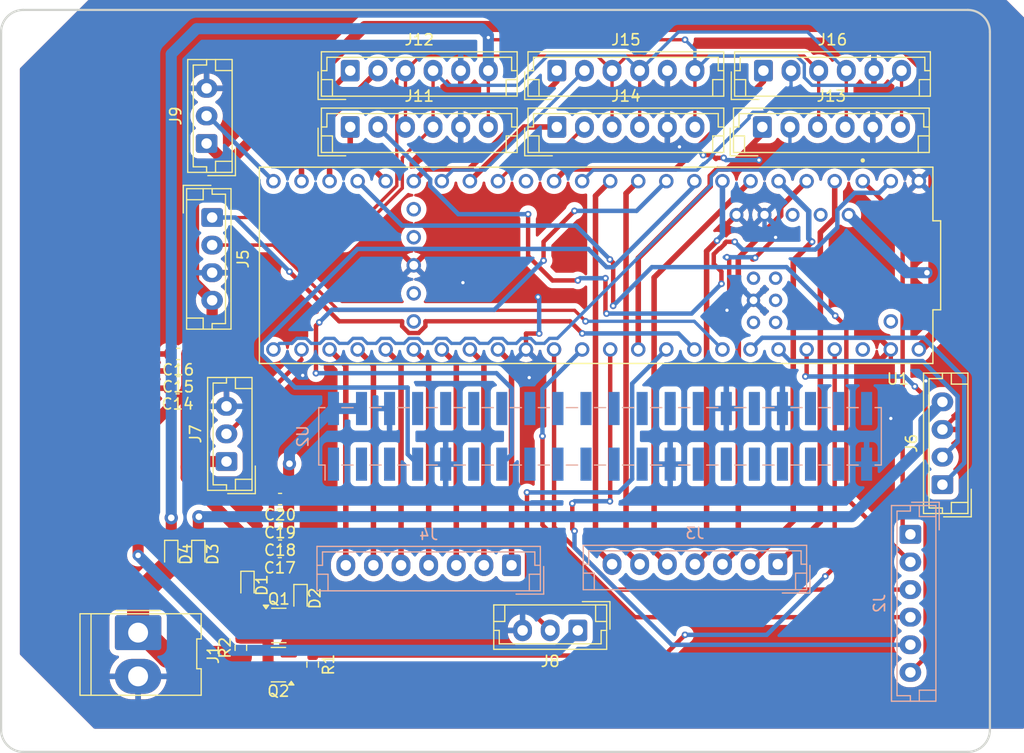
<source format=kicad_pcb>
(kicad_pcb (version 20241229) (generator "pcbnew") (generator_version "9.0")
  (layers (0 "F.Cu" signal) (2 "B.Cu" signal) (13 "F.Paste" user) (15 "B.Paste" user) (5 "F.SilkS" user "F.Silkscreen") (7 "B.SilkS" user "B.Silkscreen") (1 "F.Mask" user) (3 "B.Mask" user) (25 "Edge.Cuts" user))
  (net 0 "")
  (net 1 "+5V")
  (net 2 "GND")
  (net 3 "Net-(D2-K)")
  (net 4 "+5.3V")
  (net 5 "Net-(D2-A)")
  (net 6 "Net-(D3-K)")
  (net 7 "Net-(D4-K)")
  (net 8 "/L1")
  (net 9 "/KRS2")
  (net 10 "/L4")
  (net 11 "/L2")
  (net 12 "/KRS1")
  (net 13 "/L3")
  (net 14 "/BIN1")
  (net 15 "/BIN2")
  (net 16 "/AIN1")
  (net 17 "/STBY")
  (net 18 "/PWMB")
  (net 19 "/PWMA")
  (net 20 "/AIN2")
  (net 21 "/AIN2_1")
  (net 22 "/BIN1_1")
  (net 23 "/AIN1_1")
  (net 24 "/PWMB_1")
  (net 25 "/PWMA_1")
  (net 26 "/BIN2_1")
  (net 27 "/STBY_1")
  (net 28 "/SCL")
  (net 29 "/SDA")
  (net 30 "/XIAO_RX")
  (net 31 "/XIAO_TX")
  (net 32 "/G1")
  (net 33 "/X1")
  (net 34 "/X2")
  (net 35 "/G2")
  (net 36 "/G3")
  (net 37 "/X3")
  (net 38 "/G4")
  (net 39 "/X4")
  (net 40 "/G5")
  (net 41 "/X5")
  (net 42 "/G6")
  (net 43 "/X6")
  (net 44 "Net-(Q1-G)")
  (net 45 "Net-(Q2-B)")
  (net 46 "/K230_ENABLE")
  (net 49 "Net-(U1-3.3V-Pad3.3V_1)")
  (net 52 "/K230_TX")
  (net 53 "/K230_RX")
  (net 91 "/T1")
  (net 92 "/T2")
  (net 93 "/T3")
  (footprint "Connector_JST:JST_EH_B6B-EH-A_1x06_P2.50mm_Vertical" (layer "F.Cu") (at 221.1 29.8)
    (property "Reference" "J13")
    (property "Value" "Conn_01x06")
  )
  (footprint "Transformer_SMD:Teensy4.1" (layer "F.Cu") (at 206.06 42.33 180)
    (property "Reference" "U1")
    (property "Value" "DEV-16771")
  )
  (footprint "Package_TO_SOT_SMD:SOT-23" (layer "F.Cu") (at 177.3375 74.95)
    (property "Reference" "Q1")
    (property "Value" "PMOS")
  )
  (footprint "Diode_SMD:D_SOD-523" (layer "F.Cu") (at 167.6 68.5 -90)
    (property "Reference" "D4")
    (property "Value" "1N4148WT")
  )
  (footprint "Connector_JST:JST_EH_B3B-EH-A_1x03_P2.50mm_Vertical" (layer "F.Cu") (at 204.4 75.4 180)
    (property "Reference" "J8")
    (property "Value" "Conn_01x03")
  )
  (footprint "Connector_JST:JST_EH_B3B-EH-A_1x03_P2.50mm_Vertical" (layer "F.Cu") (at 172.6 60.1 90)
    (property "Reference" "J7")
    (property "Value" "Conn_01x03")
  )
  (footprint "Connector_JST:JST_EH_B3B-EH-A_1x03_P2.50mm_Vertical" (layer "F.Cu") (at 170.8 31.3 90)
    (property "Reference" "J9")
    (property "Value" "Conn_01x03")
  )
  (footprint "Diode_SMD:D_SOD-523" (layer "F.Cu") (at 179.3 72.5 -90)
    (property "Reference" "D2")
    (property "Value" "1N4148WT")
  )
  (footprint "Capacitor_SMD:C_0603_1608Metric" (layer "F.Cu") (at 168.175 53.46 180)
    (property "Reference" "C14")
    (property "Value" "22uF")
  )
  (footprint "Capacitor_SMD:C_0603_1608Metric" (layer "F.Cu") (at 177.45 66.7 180)
    (property "Reference" "C18")
    (property "Value" "22uF")
  )
  (footprint "Capacitor_SMD:C_0603_1608Metric" (layer "F.Cu") (at 177.45 65.11 180)
    (property "Reference" "C19")
    (property "Value" "1uF")
  )
  (footprint "Diode_SMD:D_SOD-523" (layer "F.Cu") (at 174.5 71.3 -90)
    (property "Reference" "D1")
    (property "Value" "1N4148WT")
  )
  (footprint "Connector_JST:JST_EH_B4B-EH-A_1x04_P2.50mm_Vertical" (layer "F.Cu") (at 237.4 62.2 90)
    (property "Reference" "J6")
    (property "Value" "Conn_01x04")
  )
  (footprint "Resistor_SMD:R_0603_1608Metric" (layer "F.Cu") (at 180.4 78.5 -90)
    (property "Reference" "R1")
    (property "Value" "1k")
  )
  (footprint "Diode_SMD:D_SOD-523" (layer "F.Cu") (at 170.05 68.5 -90)
    (property "Reference" "D3")
    (property "Value" "1N4148WT")
  )
  (footprint "Resistor_SMD:R_0603_1608Metric" (layer "F.Cu") (at 173.9 76.975 90)
    (property "Reference" "R2")
    (property "Value" "1k")
  )
  (footprint "Capacitor_SMD:C_0603_1608Metric" (layer "F.Cu") (at 177.425 68.3 180)
    (property "Reference" "C17")
    (property "Value" "0.1uF")
  )
  (footprint "Package_TO_SOT_SMD:SOT-23" (layer "F.Cu") (at 177.3 78.5 180)
    (property "Reference" "Q2")
    (property "Value" "SS8050")
  )
  (footprint "Capacitor_SMD:C_0603_1608Metric" (layer "F.Cu") (at 168.225 51.9 180)
    (property "Reference" "C15")
    (property "Value" "1uF")
  )
  (footprint "Capacitor_SMD:C_0603_1608Metric" (layer "F.Cu") (at 177.45 63.5 180)
    (property "Reference" "C20")
    (property "Value" "47uF")
  )
  (footprint "Connector_JST:JST_EH_B6B-EH-A_1x06_P2.50mm_Vertical" (layer "F.Cu") (at 202.5 29.8)
    (property "Reference" "J14")
    (property "Value" "Conn_01x06")
  )
  (footprint "Capacitor_SMD:C_0603_1608Metric" (layer "F.Cu") (at 168.225 50.36 180)
    (property "Reference" "C16")
    (property "Value" "0.1uF")
  )
  (footprint "Connector_Molex:Molex_KK-396_5273-02A_1x02_P3.96mm_Vertical" (layer "F.Cu") (at 164.6 75.6 -90)
    (property "Reference" "J1")
    (property "Value" "Conn_01x02")
  )
  (footprint "Connector_JST:JST_EH_B6B-EH-A_1x06_P2.50mm_Vertical" (layer "F.Cu") (at 202.5 24.7)
    (property "Reference" "J15")
    (property "Value" "Conn_01x06")
  )
  (footprint "Connector_JST:JST_EH_B6B-EH-A_1x06_P2.50mm_Vertical" (layer "F.Cu") (at 183.8 24.7)
    (property "Reference" "J12")
    (property "Value" "Conn_01x06")
  )
  (footprint "Connector_JST:JST_EH_B6B-EH-A_1x06_P2.50mm_Vertical" (layer "F.Cu") (at 183.8 29.8)
    (property "Reference" "J11")
    (property "Value" "Conn_01x06")
  )
  (footprint "Connector_JST:JST_EH_B4B-EH-A_1x04_P2.50mm_Vertical" (layer "F.Cu") (at 171.3 38 -90)
    (property "Reference" "J5")
    (property "Value" "Conn_01x04")
  )
  (footprint "Connector_JST:JST_EH_B6B-EH-A_1x06_P2.50mm_Vertical" (layer "F.Cu") (at 221.2 24.7)
    (property "Reference" "J16")
    (property "Value" "Conn_01x06")
  )
  (footprint "Connector_PinSocket_2.54mm:PinSocket_2x20_P2.54mm_Vertical_SMD" (layer "B.Cu") (at 206.41 57.82 -90)
    (property "Reference" "U2")
    (property "Value" "K230D")
  )
  (footprint "Connector_JST:JST_EH_B7B-EH-A_1x07_P2.50mm_Vertical" (layer "B.Cu") (at 222.5 69.4 180)
    (property "Reference" "J3")
    (property "Value" "Conn_01x07")
  )
  (footprint "Connector_JST:JST_EH_B6B-EH-A_1x06_P2.50mm_Vertical" (layer "B.Cu") (at 234.5 66.7 -90)
    (property "Reference" "J2")
    (property "Value" "Conn_01x06")
  )
  (footprint "Connector_JST:JST_EH_B7B-EH-A_1x07_P2.50mm_Vertical" (layer "B.Cu") (at 198.4 69.5 180)
    (property "Reference" "J4")
    (property "Value" "Conn_01x07")
  )
  (gr_line (start 154.2 19.2) (end 239.7 19.2) (stroke (width 0.2)) (layer "Edge.Cuts"))
  (gr_line (start 239.7 86.4) (end 154.2 86.4) (stroke (width 0.2)) (layer "Edge.Cuts"))
  (gr_arc (start 154.2 86.4) (mid 152.785786 85.814214) (end 152.2 84.4) (stroke (width 0.2)) (layer "Edge.Cuts"))
  (gr_line (start 152.2 84.4) (end 152.2 21.2) (stroke (width 0.2)) (layer "Edge.Cuts"))
  (gr_arc (start 239.7 19.2) (mid 241.114214 19.785786) (end 241.7 21.2) (stroke (width 0.2)) (layer "Edge.Cuts"))
  (gr_arc (start 152.2 21.2) (mid 152.785786 19.785786) (end 154.2 19.2) (stroke (width 0.2)) (layer "Edge.Cuts"))
  (gr_arc (start 241.7 84.4) (mid 241.114214 85.814214) (end 239.7 86.4) (stroke (width 0.2)) (layer "Edge.Cuts"))
  (gr_line (start 241.7 21.2) (end 241.7 84.4) (stroke (width 0.2)) (layer "Edge.Cuts"))
  (segment (start 172.911578 32.911578) (end 185.124156 20.699) (width 1) (layer "F.Cu") (net 1))
  (segment (start 171.3 45.5) (end 169.624 43.824) (width 1) (layer "F.Cu") (net 1))
  (segment (start 169 50.36) (end 169 51.9) (width 1) (layer "F.Cu") (net 1))
  (segment (start 164.6 58.050796) (end 164.6 68.6) (width 1) (layer "F.Cu") (net 1))
  (segment (start 172.411578 32.911578) (end 170.8 31.3) (width 1) (layer "F.Cu") (net 1))
  (segment (start 232.017445 20.699) (end 236.625 25.306555) (width 1) (layer "F.Cu") (net 1))
  (segment (start 236.625 48.595) (end 235.27 49.95) (width 1) (layer "F.Cu") (net 1))
  (segment (start 236.625 25.306555) (end 236.625 48.595) (width 1) (layer "F.Cu") (net 1))
  (segment (start 168.95 60.6) (end 169.45 60.1) (width 1) (layer "F.Cu") (net 1))
  (segment (start 168.95 53.46) (end 168.95 60.6) (width 1) (layer "F.Cu") (net 1))
  (segment (start 169 53.41) (end 168.95 53.46) (width 1) (layer "F.Cu") (net 1))
  (segment (start 172.911578 32.911578) (end 172.411578 32.911578) (width 1) (layer "F.Cu") (net 1))
  (segment (start 171.3 48.06) (end 169 50.36) (width 1) (layer "F.Cu") (net 1))
  (segment (start 236.625 48.595) (end 236.625 43.625) (width 0.4) (layer "F.Cu") (net 1))
  (segment (start 168.95 61.55) (end 174.5 67.1) (width 1) (layer "F.Cu") (net 1))
  (segment (start 171.3 45.5) (end 171.3 51.350796) (width 1) (layer "F.Cu") (net 1))
  (segment (start 168.95 60.6) (end 168.95 61.55) (width 1) (layer "F.Cu") (net 1))
  (segment (start 169.624 43.824) (end 169.624 36.199156) (width 1) (layer "F.Cu") (net 1))
  (segment (start 169.45 60.1) (end 172.6 60.1) (width 1) (layer "F.Cu") (net 1))
  (segment (start 169.624 36.199156) (end 172.911578 32.911578) (width 1) (layer "F.Cu") (net 1))
  (segment (start 171.3 51.350796) (end 164.6 58.050796) (width 1) (layer "F.Cu") (net 1))
  (segment (start 174.5 67.1) (end 174.5 70.4) (width 1) (layer "F.Cu") (net 1))
  (segment (start 185.124156 20.699) (end 232.017445 20.699) (width 1) (layer "F.Cu") (net 1))
  (segment (start 171.3 45.5) (end 171.3 48.06) (width 1) (layer "F.Cu") (net 1))
  (segment (start 236.625 43.625) (end 236 43) (width 0.4) (layer "F.Cu") (net 1))
  (segment (start 169 51.9) (end 169 53.41) (width 1) (layer "F.Cu") (net 1))
  (via (at 164.6 68.6) (size 1) (drill 0.5) (layers "F.Cu" "B.Cu") (net 1))
  (via (at 236 43) (size 1) (drill 0.5) (layers "F.Cu" "B.Cu") (net 1))
  (segment (start 234.16 43) (end 228.92 37.76) (width 1) (layer "B.Cu") (net 1))
  (segment (start 202.6 77.2) (end 204.4 75.4) (width 1) (layer "B.Cu") (net 1))
  (segment (start 236 43) (end 234.16 43) (width 1) (layer "B.Cu") (net 1))
  (segment (start 173.2 77.2) (end 202.6 77.2) (width 1) (layer "B.Cu") (net 1))
  (segment (start 164.6 68.6) (end 173.2 77.2) (width 1) (layer "B.Cu") (net 1))
  (segment (start 232.73 56.2) (end 232.73 56.23) (width 0.4) (layer "F.Cu") (net 2))
  (segment (start 199.71 49.95) (end 199.71 48.51) (width 0.4) (layer "F.Cu") (net 2))
  (segment (start 237.394181 52.8) (end 235.9 52.8) (width 0.4) (layer "F.Cu") (net 2))
  (segment (start 220.3 41.8) (end 220.2 41.8) (width 0.4) (layer "F.Cu") (net 2))
  (segment (start 232.73 49.95) (end 232.73 56.2) (width 0.4) (layer "F.Cu") (net 2))
  (segment (start 200.99 48.51) (end 201 48.5) (width 0.4) (layer "F.Cu") (net 2))
  (segment (start 216.55 32.35) (end 216.9 32.7) (width 0.4) (layer "F.Cu") (net 2))
  (segment (start 200.9 48.51) (end 200.99 48.51) (width 0.4) (layer "F.Cu") (net 2))
  (segment (start 218.101 46.199) (end 217.9 46.4) (width 0.4) (layer "F.Cu") (net 2))
  (segment (start 217 32.6) (end 217.6 32.6) (width 0.4) (layer "F.Cu") (net 2))
  (segment (start 199.71 48.51) (end 200.9 48.51) (width 0.4) (layer "F.Cu") (net 2))
  (segment (start 238.776 55.824) (end 238.776 54.181819) (width 0.4) (layer "F.Cu") (net 2))
  (segment (start 217.9 41.6) (end 218.101 41.801) (width 0.4) (layer "F.Cu") (net 2))
  (segment (start 220.45 41.65) (end 220.3 41.8) (width 0.4) (layer "F.Cu") (net 2))
  (segment (start 232.73 56.23) (end 232.9 56.4) (width 0.4) (layer "F.Cu") (net 2))
  (segment (start 216.9 32.7) (end 217 32.6) (width 0.4) (layer "F.Cu") (net 2))
  (segment (start 218.101 41.801) (end 218.101 46.199) (width 0.4) (layer "F.Cu") (net 2))
  (segment (start 222.3 39.8) (end 220.45 41.65) (width 0.4) (layer "F.Cu") (net 2))
  (segment (start 237.4 57.2) (end 238.776 55.824) (width 0.4) (layer "F.Cu") (net 2))
  (segment (start 215.75 32.35) (end 216.55 32.35) (width 0.4) (layer "F.Cu") (net 2))
  (segment (start 238.776 54.181819) (end 237.394181 52.8) (width 0.4) (layer "F.Cu") (net 2))
  (via (at 220.8 32.8) (size 0.6) (drill 0.3) (layers "F.Cu" "B.Cu") (net 2))
  (via (at 217.9 41.6) (size 0.6) (drill 0.3) (layers "F.Cu" "B.Cu") (net 2))
  (via (at 232.73 56.2) (size 0.6) (drill 0.3) (layers "F.Cu" "B.Cu") (net 2))
  (via (at 217.6 32.6) (size 0.6) (drill 0.3) (layers "F.Cu" "B.Cu") (net 2))
  (via (at 194 43.9) (size 0.6) (drill 0.3) (layers "F.Cu" "B.Cu") (net 2))
  (via (at 215.75 32.35) (size 0.6) (drill 0.3) (layers "F.Cu" "B.Cu") (net 2))
  (via (at 179.5 52.3) (size 0.6) (drill 0.3) (layers "F.Cu" "B.Cu") (net 2))
  (via (at 222.3 39.8) (size 0.6) (drill 0.3) (layers "F.Cu" "B.Cu") (net 2))
  (via (at 235.9 52.8) (size 0.6) (drill 0.3) (layers "F.Cu" "B.Cu") (net 2))
  (via (at 217.9 46.4) (size 0.6) (drill 0.3) (layers "F.Cu" "B.Cu") (net 2))
  (via (at 200.9 48.51) (size 0.6) (drill 0.3) (layers "F.Cu" "B.Cu") (net 2))
  (via (at 220.45 41.65) (size 0.6) (drill 0.3) (layers "F.Cu" "B.Cu") (net 2))
  (via (at 200.8 45.2) (size 0.6) (drill 0.3) (layers "F.Cu" "B.Cu") (net 2))
  (via (at 213.6 31.6) (size 0.6) (drill 0.3) (layers "F.Cu" "B.Cu") (net 2))
  (via (at 200 52.5) (size 0.6) (drill 0.3) (layers "F.Cu" "B.Cu") (net 2))
  (segment (start 200.9 45.3) (end 200.8 45.2) (width 0.4) (layer "B.Cu") (net 2))
  (segment (start 220.45 41.65) (end 220.4 41.6) (width 0.4) (layer "B.Cu") (net 2))
  (segment (start 221.3 37.76) (end 221.3 38.8) (width 0.4) (layer "B.Cu") (net 2))
  (segment (start 215 31.6) (end 215.75 32.35) (width 0.4) (layer "B.Cu") (net 2))
  (segment (start 232.73 56.2) (end 234.65 56.2) (width 0.4) (layer "B.Cu") (net 2))
  (segment (start 235.9 54.925794) (end 234.65 56.175794) (width 0.4) (layer "B.Cu") (net 2))
  (segment (start 235.9 52.8) (end 235.9 54.925794) (width 0.4) (layer "B.Cu") (net 2))
  (segment (start 220.4 41.6) (end 218.2 41.6) (width 0.4) (layer "B.Cu") (net 2))
  (segment (start 217.9 41.6) (end 217.7 41.6) (width 0.4) (layer "B.Cu") (net 2))
  (segment (start 217.6 32.6) (end 217.8 32.8) (width 0.4) (layer "B.Cu") (net 2))
  (segment (start 217.8 32.8) (end 219.6 32.8) (width 0.4) (layer "B.Cu") (net 2))
  (segment (start 219.6 32.8) (end 220.8 32.8) (width 0.4) (layer "B.Cu") (net 2))
  (segment (start 221.3 38.8) (end 222.3 39.8) (width 0.4) (layer "B.Cu") (net 2))
  (segment (start 213.6 31.6) (end 215 31.6) (width 0.4) (layer "B.Cu") (net 2))
  (segment (start 218.2 41.6) (end 217.9 41.6) (width 0.4) (layer "B.Cu") (net 2))
  (segment (start 200.9 48.51) (end 200.9 45.3) (width 0.4) (layer "B.Cu") (net 2))
  (segment (start 179.3 69.4) (end 178.2 68.3) (width 1) (layer "F.Cu") (net 3))
  (segment (start 179.3 71.8) (end 179.3 69.4) (width 1) (layer "F.Cu") (net 3))
  (segment (start 178.225 66.7) (end 178.225 65.11) (width 1) (layer "F.Cu") (net 3))
  (segment (start 178.225 63.5) (end 178.225 60.375) (width 1) (layer "F.Cu") (net 3))
  (segment (start 178.225 65.11) (end 178.225 63.5) (width 1) (layer "F.Cu") (net 3))
  (segment (start 178.2 66.725) (end 178.225 66.7) (width 1) (layer "F.Cu") (net 3))
  (segment (start 178.2 68.3) (end 178.2 66.725) (width 1) (layer "F.Cu") (net 3))
  (segment (start 178.225 60.375) (end 178.3 60.3) (width 1) (layer "F.Cu") (net 3))
  (via (at 178.3 60.3) (size 1.2) (drill 0.6) (layers "F.Cu" "B.Cu") (net 3))
  (segment (start 178.3 59.28) (end 182.28 55.3) (width 1) (layer "B.Cu") (net 3))
  (segment (start 178.3 60.3) (end 178.3 59.28) (width 1) (layer "B.Cu") (net 3))
  (segment (start 184.82 55.3) (end 182.28 55.3) (width 1) (layer "B.Cu") (net 3))
  (segment (start 172.301 72.101) (end 174.501 72.101) (width 2) (layer "F.Cu") (net 4))
  (segment (start 174.501 72.101) (end 176.4 74) (width 2) (layer "F.Cu") (net 4))
  (segment (start 169.7 69.5) (end 172.301 72.101) (width 2) (layer "F.Cu") (net 4))
  (segment (start 166.9005 70.0005) (end 167.401 69.5) (width 2) (layer "F.Cu") (net 4))
  (segment (start 167.401 69.5) (end 169.7 69.5) (width 2) (layer "F.Cu") (net 4))
  (segment (start 164.6 75.6) (end 164.6 72.301) (width 2) (layer "F.Cu") (net 4))
  (segment (start 167.292928 77.8) (end 165.092928 75.6) (width 2) (layer "F.Cu") (net 4))
  (segment (start 173.9 77.8) (end 167.292928 77.8) (width 2) (layer "F.Cu") (net 4))
  (segment (start 164.6 72.301) (end 166.9005 70.0005) (width 2) (layer "F.Cu") (net 4))
  (segment (start 165.092928 75.6) (end 164.6 75.6) (width 2) (layer "F.Cu") (net 4))
  (segment (start 178.275 74.225) (end 179.3 73.2) (width 1) (layer "F.Cu") (net 5))
  (segment (start 178.275 74.95) (end 178.275 74.225) (width 1) (layer "F.Cu") (net 5))
  (segment (start 170.05 65.15) (end 170.1 65.1) (width 1) (layer "F.Cu") (net 6))
  (segment (start 170.05 67.8) (end 170.05 65.15) (width 1) (layer "F.Cu") (net 6))
  (via (at 170.1 65.1) (size 1.2) (drill 0.6) (layers "F.Cu" "B.Cu") (net 6))
  (segment (start 229.182 65.1) (end 235.724 58.558) (width 1) (layer "B.Cu") (net 6))
  (segment (start 235.724 58.558) (end 235.724 56.376) (width 1) (layer "B.Cu") (net 6))
  (segment (start 170.1 65.1) (end 229.182 65.1) (width 1) (layer "B.Cu") (net 6))
  (segment (start 235.724 56.376) (end 237.4 54.7) (width 1) (layer "B.Cu") (net 6))
  (segment (start 196.4 21.9) (end 196.2 21.7) (width 0.3) (layer "F.Cu") (net 7))
  (segment (start 215 24.7) (end 215 29.8) (width 0.3) (layer "F.Cu") (net 7))
  (segment (start 167.6 67.8) (end 167.6 65.2) (width 1) (layer "F.Cu") (net 7))
  (segment (start 214.1 21.9) (end 196.4 21.9) (width 0.3) (layer "F.Cu") (net 7))
  (segment (start 196.3 24.7) (end 196.3 29.8) (width 0.3) (layer "F.Cu") (net 7))
  (segment (start 233.7 29.7) (end 233.6 29.8) (width 0.3) (layer "F.Cu") (net 7))
  (segment (start 233.7 24.7) (end 233.7 29.7) (width 0.3) (layer "F.Cu") (net 7))
  (via (at 196.3 21.7) (size 0.6) (drill 0.3) (layers "F.Cu" "B.Cu") (net 7))
  (via (at 214.1 21.9) (size 0.6) (drill 0.3) (layers "F.Cu" "B.Cu") (net 7))
  (via (at 167.6 65.2) (size 1.2) (drill 0.6) (layers "F.Cu" "B.Cu") (net 7))
  (segment (start 216.326 23.374) (end 215 24.7) (width 0.3) (layer "B.Cu") (net 7))
  (segment (start 224.901 24.07753) (end 224.19747 23.374) (width 0.3) (layer "B.Cu") (net 7))
  (segment (start 215 22.8) (end 214.1 21.9) (width 0.3) (layer "B.Cu") (net 7))
  (segment (start 167.6 23.2) (end 169.9 20.9) (width 1) (layer "B.Cu") (net 7))
  (segment (start 196.3 21.7) (end 196.3 24.7) (width 1) (layer "B.Cu") (net 7))
  (segment (start 232.374 26.026) (end 225.60453 26.026) (width 0.3) (layer "B.Cu") (net 7))
  (segment (start 224.901 25.32247) (end 224.901 24.07753) (width 0.3) (layer "B.Cu") (net 7))
  (segment (start 224.19747 23.374) (end 216.326 23.374) (width 0.3) (layer "B.Cu") (net 7))
  (segment (start 215 24.7) (end 215 22.8) (width 0.3) (layer "B.Cu") (net 7))
  (segment (start 196.3 21.5) (end 196.3 21.7) (width 1) (layer "B.Cu") (net 7))
  (segment (start 169.9 20.9) (end 195.7 20.9) (width 1) (layer "B.Cu") (net 7))
  (segment (start 233.7 24.7) (end 232.374 26.026) (width 0.3) (layer "B.Cu") (net 7))
  (segment (start 225.60453 26.026) (end 224.901 25.32247) (width 0.3) (layer "B.Cu") (net 7))
  (segment (start 167.6 65.2) (end 167.6 23.2) (width 1) (layer "B.Cu") (net 7))
  (segment (start 195.7 20.9) (end 196.3 21.5) (width 1) (layer "B.Cu") (net 7))
  (segment (start 234.5 71.7) (end 207.905819 71.7) (width 0.4) (layer "F.Cu") (net 8))
  (segment (start 207.905819 71.7) (end 202.25 66.044181) (width 0.4) (layer "F.Cu") (net 8))
  (segment (start 202.25 66.044181) (end 202.25 49.95) (width 0.4) (layer "F.Cu") (net 8))
  (segment (start 207.6 42.1) (end 207.3 41.8) (width 0.4) (layer "F.Cu") (net 9))
  (segment (start 207.6 46) (end 207.6 42.1) (width 0.4) (layer "F.Cu") (net 9))
  (segment (start 228.705 47.905) (end 227.7 46.9) (width 0.4) (layer "F.Cu") (net 9))
  (segment (start 228.705 63.405) (end 228.705 47.905) (width 0.4) (layer "F.Cu") (net 9))
  (segment (start 234.5 69.2) (end 228.705 63.405) (width 0.4) (layer "F.Cu") (net 9))
  (via (at 207.6 46) (size 0.6) (drill 0.3) (layers "F.Cu" "B.Cu") (net 9))
  (via (at 207.3 41.8) (size 0.6) (drill 0.3) (layers "F.Cu" "B.Cu") (net 9))
  (via (at 227.7 46.9) (size 0.6) (drill 0.3) (layers "F.Cu" "B.Cu") (net 9))
  (segment (start 211.105 42.495) (end 207.6 46) (width 0.4) (layer "B.Cu") (net 9))
  (segment (start 188.495 38.735) (end 184.47 34.71) (width 0.4) (layer "B.Cu") (net 9))
  (segment (start 223.295 42.495) (end 211.105 42.495) (width 0.4) (layer "B.Cu") (net 9))
  (segment (start 204.235 38.735) (end 188.495 38.735) (width 0.4) (layer "B.Cu") (net 9))
  (segment (start 207.3 41.8) (end 204.235 38.735) (width 0.4) (layer "B.Cu") (net 9))
  (segment (start 227.7 46.9) (end 223.295 42.495) (width 0.4) (layer "B.Cu") (net 9))
  (segment (start 235.876 77.824) (end 235.876 54.276) (width 0.4) (layer "F.Cu") (net 10))
  (segment (start 235.876 54.276) (end 234.9 53.3) (width 0.4) (layer "F.Cu") (net 10))
  (segment (start 225.11 52.29) (end 225 52.4) (width 0.4) (layer "F.Cu") (net 10))
  (segment (start 225.11 49.95) (end 225.11 52.29) (width 0.4) (layer "F.Cu") (net 10))
  (segment (start 234.5 79.2) (end 235.876 77.824) (width 0.4) (layer "F.Cu") (net 10))
  (via (at 234.9 53.3) (size 0.6) (drill 0.3) (layers "F.Cu" "B.Cu") (net 10))
  (via (at 225 52.4) (size 0.6) (drill 0.3) (layers "F.Cu" "B.Cu") (net 10))
  (segment (start 234.9 53.3) (end 234 52.4) (width 0.4) (layer "B.Cu") (net 10))
  (segment (start 234 52.4) (end 225 52.4) (width 0.4) (layer "B.Cu") (net 10))
  (segment (start 234.5 74.2) (end 209.555877 74.2) (width 0.4) (layer "F.Cu") (net 11))
  (segment (start 209.555877 74.2) (end 201.2 65.844123) (width 0.4) (layer "F.Cu") (net 11))
  (segment (start 201.2 65.844123) (end 201.2 57.8) (width 0.4) (layer "F.Cu") (net 11))
  (via (at 201.2 57.8) (size 0.6) (drill 0.3) (layers "F.Cu" "B.Cu") (net 11))
  (segment (start 201.2 53.54) (end 204.79 49.95) (width 0.4) (layer "B.Cu") (net 11))
  (segment (start 201.2 57.8) (end 201.2 53.54) (width 0.4) (layer "B.Cu") (net 11))
  (segment (start 233.8 38.32) (end 230.19 34.71) (width 0.4) (layer "F.Cu") (net 12))
  (segment (start 233.8 66) (end 233.8 38.32) (width 0.4) (layer "F.Cu") (net 12))
  (segment (start 234.5 66.7) (end 233.8 66) (width 0.4) (layer "F.Cu") (net 12))
  (segment (start 203.9 63.9) (end 203.9 66.2) (width 0.4) (layer "F.Cu") (net 13))
  (segment (start 203.9 66.2) (end 204.1 66.4) (width 0.4) (layer "F.Cu") (net 13))
  (segment (start 207.33 49.95) (end 207.33 63.67) (width 0.4) (layer "F.Cu") (net 13))
  (segment (start 207.33 63.67) (end 207.3 63.7) (width 0.4) (layer "F.Cu") (net 13))
  (via (at 207.3 63.7) (size 0.6) (drill 0.3) (layers "F.Cu" "B.Cu") (net 13))
  (via (at 203.9 63.9) (size 0.6) (drill 0.3) (layers "F.Cu" "B.Cu") (net 13))
  (via (at 204.1 66.4) (size 0.6) (drill 0.3) (layers "F.Cu" "B.Cu") (net 13))
  (segment (start 204.1 63.7) (end 203.9 63.9) (width 0.4) (layer "B.Cu") (net 13))
  (segment (start 212.905819 76.7) (end 234.5 76.7) (width 0.4) (layer "B.Cu") (net 13))
  (segment (start 204.1 66.4) (end 204.1 67.894181) (width 0.4) (layer "B.Cu") (net 13))
  (segment (start 204.1 67.894181) (end 212.905819 76.7) (width 0.4) (layer "B.Cu") (net 13))
  (segment (start 207.3 63.7) (end 204.1 63.7) (width 0.4) (layer "B.Cu") (net 13))
  (segment (start 222.76 37.06) (end 225.11 34.71) (width 0.5) (layer "F.Cu") (net 14))
  (segment (start 222.76 37.827351) (end 222.76 37.06) (width 0.5) (layer "F.Cu") (net 14))
  (segment (start 218.925 67.975) (end 218.925 41.662351) (width 0.5) (layer "F.Cu") (net 14))
  (segment (start 217.5 69.4) (end 218.925 67.975) (width 0.5) (layer "F.Cu") (net 14))
  (segment (start 218.925 41.662351) (end 222.76 37.827351) (width 0.5) (layer "F.Cu") (net 14))
  (segment (start 223.9 41.9) (end 225.6 40.2) (width 0.5) (layer "F.Cu") (net 15))
  (segment (start 220 69.4) (end 223.9 65.5) (width 0.5) (layer "F.Cu") (net 15))
  (segment (start 223.9 65.5) (end 223.9 41.9) (width 0.5) (layer "F.Cu") (net 15))
  (via (at 225.6 40.2) (size 0.6) (drill 0.3) (layers "F.Cu" "B.Cu") (net 15))
  (segment (start 225.6 40.2) (end 225.3 39.9) (width 0.5) (layer "B.Cu") (net 15))
  (segment (start 225.3 39.9) (end 225.3 37.44) (width 0.5) (layer "B.Cu") (net 15))
  (segment (start 225.3 37.44) (end 222.57 34.71) (width 0.5) (layer "B.Cu") (net 15))
  (segment (start 211.305 43.435) (end 220.03 34.71) (width 0.5) (layer "F.Cu") (net 16))
  (segment (start 211.305 68.205) (end 211.305 43.435) (width 0.5) (layer "F.Cu") (net 16))
  (segment (start 212.5 69.4) (end 211.305 68.205) (width 0.5) (layer "F.Cu") (net 16))
  (segment (start 216.055 68.345) (end 216.055 41.045) (width 0.5) (layer "F.Cu") (net 17))
  (segment (start 216.055 41.045) (end 217 40.1) (width 0.5) (layer "F.Cu") (net 17))
  (segment (start 215 69.4) (end 216.055 68.345) (width 0.5) (layer "F.Cu") (net 17))
  (via (at 217 40.1) (size 0.6) (drill 0.3) (layers "F.Cu" "B.Cu") (net 17))
  (segment (start 217.49 39.61) (end 217.49 34.71) (width 0.5) (layer "B.Cu") (net 17))
  (segment (start 217 40.1) (end 217.49 39.61) (width 0.5) (layer "B.Cu") (net 17))
  (segment (start 226.351 39.351) (end 227.65 38.052) (width 0.5) (layer "F.Cu") (net 18))
  (segment (start 227.65 38.052) (end 227.65 34.71) (width 0.5) (layer "F.Cu") (net 18))
  (segment (start 226.351 65.549) (end 226.351 39.351) (width 0.5) (layer "F.Cu") (net 18))
  (segment (start 222.5 69.4) (end 226.351 65.549) (width 0.5) (layer "F.Cu") (net 18))
  (segment (start 206 36.04) (end 207.33 34.71) (width 0.5) (layer "F.Cu") (net 19))
  (segment (start 206 67.9) (end 206 36.04) (width 0.5) (layer "F.Cu") (net 19))
  (segment (start 207.5 69.4) (end 206 67.9) (width 0.5) (layer "F.Cu") (net 19))
  (segment (start 210 69.4) (end 208.765 68.165) (width 0.5) (layer "F.Cu") (net 20))
  (segment (start 208.765 35.815) (end 209.87 34.71) (width 0.5) (layer "F.Cu") (net 20))
  (segment (start 208.765 68.165) (end 208.765 35.815) (width 0.5) (layer "F.Cu") (net 20))
  (segment (start 185.9 69.5) (end 185.9 51.38) (width 0.5) (layer "F.Cu") (net 21))
  (segment (start 185.9 51.38) (end 184.47 49.95) (width 0.5) (layer "F.Cu") (net 21))
  (segment (start 193.4 69.5) (end 193.4 51.26) (width 0.5) (layer "F.Cu") (net 22))
  (segment (start 193.4 51.26) (end 192.09 49.95) (width 0.5) (layer "F.Cu") (net 22))
  (segment (start 188.4 69.5) (end 188.4 51.34) (width 0.5) (layer "F.Cu") (net 23))
  (segment (start 188.4 51.34) (end 187.01 49.95) (width 0.5) (layer "F.Cu") (net 23))
  (segment (start 198.4 69.5) (end 198.4 51.18) (width 0.5) (layer "F.Cu") (net 24))
  (segment (start 198.4 51.18) (end 197.17 49.95) (width 0.5) (layer "F.Cu") (net 24))
  (segment (start 183.4 69.5) (end 183.4 51.42) (width 0.5) (layer "F.Cu") (net 25))
  (segment (start 183.4 51.42) (end 181.93 49.95) (width 0.5) (layer "F.Cu") (net 25))
  (segment (start 195.9 51.22) (end 194.63 49.95) (width 0.5) (layer "F.Cu") (net 26))
  (segment (start 195.9 69.5) (end 195.9 51.22) (width 0.5) (layer "F.Cu") (net 26))
  (segment (start 190.9 51.3) (end 189.55 49.95) (width 0.5) (layer "F.Cu") (net 27))
  (segment (start 190.9 69.5) (end 190.9 51.3) (width 0.5) (layer "F.Cu") (net 27))
  (segment (start 205.1 47.4) (end 205.2 47.5) (width 0.3) (layer "F.Cu") (net 28))
  (segment (start 228.7 29.7) (end 228.6 29.8) (width 0.3) (layer "F.Cu") (net 28))
  (segment (start 182.725654 46.405) (end 204.105 46.405) (width 0.3) (layer "F.Cu") (net 28))
  (segment (start 188.516 32.584) (end 188.516 35.333805) (width 0.3) (layer "F.Cu") (net 28))
  (segment (start 228.7 24.7) (end 228.7 29.7) (width 0.3) (layer "F.Cu") (net 28))
  (segment (start 191.3 24.7) (end 191.3 29.8) (width 0.3) (layer "F.Cu") (net 28))
  (segment (start 183.349805 40.5) (end 171.3 40.5) (width 0.3) (layer "F.Cu") (net 28))
  (segment (start 204.105 46.405) (end 205.1 47.4) (width 0.3) (layer "F.Cu") (net 28))
  (segment (start 191.3 29.8) (end 188.516 32.584) (width 0.3) (layer "F.Cu") (net 28))
  (segment (start 188.516 35.333805) (end 183.349805 40.5) (width 0.3) (layer "F.Cu") (net 28))
  (segment (start 171.3 40.5) (end 176.820654 40.5) (width 0.3) (layer "F.Cu") (net 28))
  (segment (start 210 24.7) (end 210 29.8) (width 0.3) (layer "F.Cu") (net 28))
  (segment (start 176.820654 40.5) (end 182.725654 46.405) (width 0.3) (layer "F.Cu") (net 28))
  (via (at 205.1 47.4) (size 0.6) (drill 0.3) (layers "F.Cu" "B.Cu") (net 28))
  (segment (start 205.1 47.4) (end 214.94 47.4) (width 0.3) (layer "B.Cu") (net 28))
  (segment (start 192.626 26.026) (end 198.99213 26.026) (width 0.3) (layer "B.Cu") (net 28))
  (segment (start 201.64413 23.374) (end 208.674 23.374) (width 0.3) (layer "B.Cu") (net 28))
  (segment (start 213.5 21.2) (end 225.2 21.2) (width 0.3) (layer "B.Cu") (net 28))
  (segment (start 198.99213 26.026) (end 201.64413 23.374) (width 0.3) (layer "B.Cu") (net 28))
  (segment (start 214.94 47.4) (end 217.49 49.95) (width 0.3) (layer "B.Cu") (net 28))
  (segment (start 208.674 23.374) (end 210 24.7) (width 0.3) (layer "B.Cu") (net 28))
  (segment (start 210 24.7) (end 213.5 21.2) (width 0.3) (layer "B.Cu") (net 28))
  (segment (start 225.2 21.2) (end 228.7 24.7) (width 0.3) (layer "B.Cu") (net 28))
  (segment (start 191.3 24.7) (end 192.626 26.026) (width 0.3) (layer "B.Cu") (net 28))
  (segment (start 203.7 47.4) (end 190.605 47.4) (width 0.4) (layer "F.Cu") (net 29))
  (segment (start 207.5 24.7) (end 208.826 23.374) (width 0.3) (layer "F.Cu") (net 29))
  (segment (start 189.113004 48.465) (end 188.495 47.846996) (width 0.4) (layer "F.Cu") (net 29))
  (segment (start 189.986996 48.465) (end 189.113004 48.465) (width 0.4) (layer "F.Cu") (net 29))
  (segment (start 188.495 47.846996) (end 188.495 47.4) (width 0.4) (layer "F.Cu") (net 29))
  (segment (start 190.605 47.4) (end 190.605 47.846996) (width 0.4) (layer "F.Cu") (net 29))
  (segment (start 188.015 25.485) (end 188.015 35.126285) (width 0.3) (layer "F.Cu") (net 29))
  (segment (start 224.874 23.374) (end 226.2 24.7) (width 0.3) (layer "F.Cu") (net 29))
  (segment (start 208.826 23.374) (end 224.874 23.374) (width 0.3) (layer "F.Cu") (net 29))
  (segment (start 226.2 29.7) (end 226.1 29.8) (width 0.3) (layer "F.Cu") (net 29))
  (segment (start 204.8 48.5) (end 203.7 47.4) (width 0.4) (layer "F.Cu") (net 29))
  (segment (start 226.2 24.7) (end 226.2 29.7) (width 0.3) (layer "F.Cu") (net 29))
  (segment (start 188.8 24.7) (end 190.126 23.374) (width 0.3) (layer "F.Cu") (net 29))
  (segment (start 188.8 24.7) (end 188.015 25.485) (width 0.3) (layer "F.Cu") (net 29))
  (segment (start 188.495 47.4) (end 182.8 47.4) (width 0.4) (layer "F.Cu") (net 29))
  (segment (start 190.605 47.846996) (end 189.986996 48.465) (width 0.4) (layer "F.Cu") (net 29))
  (segment (start 182.8 47.4) (end 178.3 42.9) (width 0.4) (layer "F.Cu") (net 29))
  (segment (start 188.8 24.7) (end 188.8 29.8) (width 0.3) (layer "F.Cu") (net 29))
  (segment (start 206.174 23.374) (end 207.5 24.7) (width 0.3) (layer "F.Cu") (net 29))
  (segment (start 207.5 24.7) (end 207.5 29.8) (width 0.3) (layer "F.Cu") (net 29))
  (segment (start 190.126 23.374) (end 206.174 23.374) (width 0.3) (layer "F.Cu") (net 29))
  (segment (start 188.015 35.126285) (end 185.141285 38) (width 0.3) (layer "F.Cu") (net 29))
  (segment (start 185.141285 38) (end 171.3 38) (width 0.3) (layer "F.Cu") (net 29))
  (via (at 178.3 42.9) (size 0.6) (drill 0.3) (layers "F.Cu" "B.Cu") (net 29))
  (via (at 204.8 48.5) (size 0.6) (drill 0.3) (layers "F.Cu" "B.Cu") (net 29))
  (segment (start 173.4 38) (end 171.3 38) (width 0.4) (layer "B.Cu") (net 29))
  (segment (start 213.5 48.5) (end 204.8 48.5) (width 0.4) (layer "B.Cu") (net 29))
  (segment (start 204.8 48.5) (end 204.7 48.5) (width 0.4) (layer "B.Cu") (net 29))
  (segment (start 178.3 42.9) (end 173.4 38) (width 0.4) (layer "B.Cu") (net 29))
  (segment (start 214.95 49.95) (end 213.5 48.5) (width 0.4) (layer "B.Cu") (net 29))
  (segment (start 238.776 54.176) (end 235.605 51.005) (width 0.4) (layer "B.Cu") (net 30))
  (segment (start 223.625 51.005) (end 222.57 49.95) (width 0.4) (layer "B.Cu") (net 30))
  (segment (start 235.605 51.005) (end 223.625 51.005) (width 0.4) (layer "B.Cu") (net 30))
  (segment (start 238.776 58.324) (end 238.776 54.176) (width 0.4) (layer "B.Cu") (net 30))
  (segment (start 237.4 59.7) (end 238.776 58.324) (width 0.4) (layer "B.Cu") (net 30))
  (segment (start 235.706996 48.895) (end 221.085 48.895) (width 0.4) (layer "B.Cu") (net 31))
  (segment (start 221.085 48.895) (end 220.03 49.95) (width 0.4) (layer "B.Cu") (net 31))
  (segment (start 239.377 52.565004) (end 235.706996 48.895) (width 0.4) (layer "B.Cu") (net 31))
  (segment (start 239.377 60.223) (end 239.377 52.565004) (width 0.4) (layer "B.Cu") (net 31))
  (segment (start 237.4 62.2) (end 239.377 60.223) (width 0.4) (layer "B.Cu") (net 31))
  (segment (start 199.9 41.491364) (end 202.108636 43.7) (width 0.4) (layer "F.Cu") (net 32))
  (segment (start 206.9 43.5) (end 206.9 46.6) (width 0.4) (layer "F.Cu") (net 32))
  (segment (start 217.701 40.390364) (end 217.701 40.319654) (width 0.4) (layer "F.Cu") (net 32))
  (segment (start 199.9 37.7) (end 199.9 41.491364) (width 0.4) (layer "F.Cu") (net 32))
  (segment (start 217.4 44) (end 217.4 42.9) (width 0.4) (layer "F.Cu") (net 32))
  (segment (start 216.706 42.206) (end 216.706 41.314654) (width 0.4) (layer "F.Cu") (net 32))
  (segment (start 202.108636 43.7) (end 204.4 43.7) (width 0.4) (layer "F.Cu") (net 32))
  (segment (start 217.4 42.9) (end 216.706 42.206) (width 0.4) (layer "F.Cu") (net 32))
  (segment (start 206.9 46.6) (end 207 46.7) (width 0.4) (layer "F.Cu") (net 32))
  (segment (start 217.701 40.319654) (end 217.820654 40.2) (width 0.4) (layer "F.Cu") (net 32))
  (segment (start 217.820654 40.2) (end 218.6 40.2) (width 0.4) (layer "F.Cu") (net 32))
  (segment (start 217.219654 40.801) (end 217.290364 40.801) (width 0.4) (layer "F.Cu") (net 32))
  (segment (start 217.290364 40.801) (end 217.701 40.390364) (width 0.4) (layer "F.Cu") (net 32))
  (segment (start 216.706 41.314654) (end 217.219654 40.801) (width 0.4) (layer "F.Cu") (net 32))
  (via (at 206.9 43.5) (size 0.6) (drill 0.3) (layers "F.Cu" "B.Cu") (net 32))
  (via (at 218.6 40.2) (size 0.6) (drill 0.3) (layers "F.Cu" "B.Cu") (net 32))
  (via (at 207 46.7) (size 0.6) (drill 0.3) (layers "F.Cu" "B.Cu") (net 32))
  (via (at 204.4 43.7) (size 0.6) (drill 0.3) (layers "F.Cu" "B.Cu") (net 32))
  (via (at 199.9 37.7) (size 0.6) (drill 0.3) (layers "F.Cu" "B.Cu") (net 32))
  (via (at 217.4 44) (size 0.6) (drill 0.3) (layers "F.Cu" "B.Cu") (net 32))
  (segment (start 231.675 35.765) (end 232.73 34.71) (width 0.4) (layer "B.Cu") (net 32))
  (segment (start 225.890364 40.901) (end 227.89 38.901364) (width 0.4) (layer "B.Cu") (net 32))
  (segment (start 204.6 43.5) (end 206.9 43.5) (width 0.4) (layer "B.Cu") (net 32))
  (segment (start 207 46.7) (end 214.7 46.7) (width 0.4) (layer "B.Cu") (net 32))
  (segment (start 204.4 43.7) (end 204.6 43.5) (width 0.4) (layer "B.Cu") (net 32))
  (segment (start 218.6 40.2) (end 219.301 40.901) (width 0.4) (layer "B.Cu") (net 32))
  (segment (start 227.89 37.33336) (end 229.45836 35.765) (width 0.4) (layer "B.Cu") (net 32))
  (segment (start 191.035 34.535) (end 191.035 35.146996) (width 0.4) (layer "B.Cu") (net 32))
  (segment (start 214.7 46.7) (end 217.4 44) (width 0.4) (layer "B.Cu") (net 32))
  (segment (start 186.3 29.8) (end 191.035 34.535) (width 0.4) (layer "B.Cu") (net 32))
  (segment (start 227.89 38.901364) (end 227.89 37.33336) (width 0.4) (layer "B.Cu") (net 32))
  (segment (start 219.301 40.901) (end 225.890364 40.901) (width 0.4) (layer "B.Cu") (net 32))
  (segment (start 193.588004 37.7) (end 199.9 37.7) (width 0.4) (layer "B.Cu") (net 32))
  (segment (start 191.035 35.146996) (end 193.588004 37.7) (width 0.4) (layer "B.Cu") (net 32))
  (segment (start 229.45836 35.765) (end 231.675 35.765) (width 0.4) (layer "B.Cu") (net 32))
  (segment (start 183.8 31.5) (end 187.01 34.71) (width 0.5) (layer "F.Cu") (net 33))
  (segment (start 183.8 29.8) (end 183.8 31.5) (width 0.5) (layer "F.Cu") (net 33))
  (segment (start 179.39 29.11) (end 179.39 34.71) (width 0.5) (layer "F.Cu") (net 34))
  (segment (start 183.8 24.7) (end 179.39 29.11) (width 0.5) (layer "F.Cu") (net 34))
  (segment (start 186.3 24.7) (end 181.93 29.07) (width 0.5) (layer "F.Cu") (net 35))
  (segment (start 181.93 29.07) (end 181.93 34.71) (width 0.5) (layer "F.Cu") (net 35))
  (segment (start 198.838715 49.4) (end 198.041285 49.4) (width 0.3) (layer "B.Cu") (net 36))
  (segment (start 178.518715 49.4) (end 177.4 49.4) (width 0.3) (layer "B.Cu") (net 36))
  (segment (start 188.678715 49.4) (end 187.881285 49.4) (width 0.3) (layer "B.Cu") (net 36))
  (segment (start 191.673715 48.945) (end 191.218715 49.4) (width 0.3) (layer "B.Cu") (net 36))
  (segment (start 182.346285 48.945) (end 181.513715 48.945) (width 0.3) (layer "B.Cu") (net 36))
  (segment (start 185.341285 49.4) (end 184.886285 48.945) (width 0.3) (layer "B.Cu") (net 36))
  (segment (start 200.126285 48.945) (end 199.293715 48.945) (width 0.3) (layer "B.Cu") (net 36))
  (segment (start 216.485 35.015) (end 202.555 48.945) (width 0.3) (layer "B.Cu") (net 36))
  (segment (start 223.6 29.8) (end 223.6 31.55) (width 0.3) (layer "B.Cu") (net 36))
  (segment (start 178.973715 48.945) (end 178.518715 49.4) (width 0.3) (layer "B.Cu") (net 36))
  (segment (start 201.378715 49.4) (end 200.581285 49.4) (width 0.3) (layer "B.Cu") (net 36))
  (segment (start 221.445 33.705) (end 217.073715 33.705) (width 0.3) (layer "B.Cu") (net 36))
  (segment (start 187.881285 49.4) (end 187.426285 48.945) (width 0.3) (layer "B.Cu") (net 36))
  (segment (start 200.581285 49.4) (end 200.126285 48.945) (width 0.3) (layer "B.Cu") (net 36))
  (segment (start 216.485 34.293715) (end 216.485 35.015) (width 0.3) (layer "B.Cu") (net 36))
  (segment (start 184.886285 48.945) (end 184.053715 48.945) (width 0.3) (layer "B.Cu") (net 36))
  (segment (start 183.598715 49.4) (end 182.801285 49.4) (width 0.3) (layer "B.Cu") (net 36))
  (segment (start 223.6 31.55) (end 221.445 33.705) (width 0.3) (layer "B.Cu") (net 36))
  (segment (start 189.966285 48.945) (end 189.133715 48.945) (width 0.3) (layer "B.Cu") (net 36))
  (segment (start 192.961285 49.4) (end 192.506285 48.945) (width 0.3) (layer "B.Cu") (net 36))
  (segment (start 180.261285 49.4) (end 179.806285 48.945) (width 0.3) (layer "B.Cu") (net 36))
  (segment (start 179.806285 48.945) (end 178.973715 48.945) (width 0.3) (layer "B.Cu") (net 36))
  (segment (start 194.213715 48.945) (end 193.758715 49.4) (width 0.3) (layer "B.Cu") (net 36))
  (segment (start 201.833715 48.945) (end 201.378715 49.4) (width 0.3) (layer "B.Cu") (net 36))
  (segment (start 192.506285 48.945) (end 191.673715 48.945) (width 0.3) (layer "B.Cu") (net 36))
  (segment (start 181.513715 48.945) (end 181.058715 49.4) (width 0.3) (layer "B.Cu") (net 36))
  (segment (start 196.298715 49.4) (end 195.501285 49.4) (width 0.3) (layer "B.Cu") (net 36))
  (segment (start 181.058715 49.4) (end 180.261285 49.4) (width 0.3) (layer "B.Cu") (net 36))
  (segment (start 199.293715 48.945) (end 198.838715 49.4) (width 0.3) (layer "B.Cu") (net 36))
  (segment (start 189.133715 48.945) (end 188.678715 49.4) (width 0.3) (layer "B.Cu") (net 36))
  (segment (start 177.4 49.4) (end 176.85 49.95) (width 0.3) (layer "B.Cu") (net 36))
  (segment (start 191.218715 49.4) (end 190.421285 49.4) (width 0.3) (layer "B.Cu") (net 36))
  (segment (start 187.426285 48.945) (end 186.593715 48.945) (width 0.3) (layer "B.Cu") (net 36))
  (segment (start 195.501285 49.4) (end 195.046285 48.945) (width 0.3) (layer "B.Cu") (net 36))
  (segment (start 186.138715 49.4) (end 185.341285 49.4) (width 0.3) (layer "B.Cu") (net 36))
  (segment (start 184.053715 48.945) (end 183.598715 49.4) (width 0.3) (layer "B.Cu") (net 36))
  (segment (start 190.421285 49.4) (end 189.966285 48.945) (width 0.3) (layer "B.Cu") (net 36))
  (segment (start 186.593715 48.945) (end 186.138715 49.4) (width 0.3) (layer "B.Cu") (net 36))
  (segment (start 182.801285 49.4) (end 182.346285 48.945) (width 0.3) (layer "B.Cu") (net 36))
  (segment (start 202.555 48.945) (end 201.833715 48.945) (width 0.3) (layer "B.Cu") (net 36))
  (segment (start 198.041285 49.4) (end 197.586285 48.945) (width 0.3) (layer "B.Cu") (net 36))
  (segment (start 197.586285 48.945) (end 196.753715 48.945) (width 0.3) (layer "B.Cu") (net 36))
  (segment (start 195.046285 48.945) (end 194.213715 48.945) (width 0.3) (layer "B.Cu") (net 36))
  (segment (start 217.073715 33.705) (end 216.485 34.293715) (width 0.3) (layer "B.Cu") (net 36))
  (segment (start 193.758715 49.4) (end 192.961285 49.4) (width 0.3) (layer "B.Cu") (net 36))
  (segment (start 196.753715 48.945) (end 196.298715 49.4) (width 0.3) (layer "B.Cu") (net 36))
  (segment (start 209.87 41.682706) (end 209.87 49.95) (width 0.5) (layer "F.Cu") (net 37))
  (segment (start 216.385 35.167706) (end 209.87 41.682706) (width 0.5) (layer "F.Cu") (net 37))
  (segment (start 217.947706 33.605) (end 217.032294 33.605) (width 0.5) (layer "F.Cu") (net 37))
  (segment (start 217.032294 33.605) (end 216.385 34.252294) (width 0.5) (layer "F.Cu") (net 37))
  (segment (start 221.1 30.452706) (end 217.947706 33.605) (width 0.5) (layer "F.Cu") (net 37))
  (segment (start 221.1 29.8) (end 221.1 30.452706) (width 0.5) (layer "F.Cu") (net 37))
  (segment (start 216.385 34.252294) (end 216.385 35.167706) (width 0.5) (layer "F.Cu") (net 37))
  (segment (start 200.28 31.6) (end 197.17 34.71) (width 0.3) (layer "F.Cu") (net 38))
  (segment (start 205 29.8) (end 203.2 31.6) (width 0.3) (layer "F.Cu") (net 38))
  (segment (start 203.2 31.6) (end 200.28 31.6) (width 0.3) (layer "F.Cu") (net 38))
  (segment (start 199.54 29.8) (end 194.63 34.71) (width 0.5) (layer "F.Cu") (net 39))
  (segment (start 202.5 29.8) (end 199.54 29.8) (width 0.5) (layer "F.Cu") (net 39))
  (segment (start 195.995 33.705) (end 193.095 33.705) (width 0.3) (layer "B.Cu") (net 40))
  (segment (start 193.095 33.705) (end 192.09 34.71) (width 0.3) (layer "B.Cu") (net 40))
  (segment (start 205 24.7) (end 195.995 33.705) (width 0.3) (layer "B.Cu") (net 40))
  (segment (start 202.5 24.7) (end 202.5 25.675) (width 0.5) (layer "F.Cu") (net 41))
  (segment (start 194.57 33.605) (end 190.655 33.605) (width 0.5) (layer "F.Cu") (net 41))
  (segment (start 202.5 25.675) (end 194.57 33.605) (width 0.5) (layer "F.Cu") (net 41))
  (segment (start 190.655 33.605) (end 189.55 34.71) (width 0.5) (layer "F.Cu") (net 41))
  (segment (start 219.899 29.001) (end 216.539616 32.360384) (width 0.3) (layer "B.Cu") (net 42))
  (segment (start 205.795 33.705) (end 204.79 34.71) (width 0.3) (layer "B.Cu") (net 42))
  (segment (start 215.760384 33.139616) (end 215.195 33.705) (width 0.3) (layer "B.Cu") (net 42))
  (segment (start 216.019654 33.001) (end 215.978366 33.001) (width 0.3) (layer "B.Cu") (net 42))
  (segment (start 216.551 32.428366) (end 216.401 32.578366) (width 0.3) (layer "B.Cu") (net 42))
  (segment (start 221.326 28.474) (end 220.24413 28.474) (width 0.3) (layer "B.Cu") (net 42))
  (segment (start 223.7 26.1) (end 221.326 28.474) (width 0.3) (layer "B.Cu") (net 42))
  (segment (start 215.771768 33.151) (end 215.760384 33.139616) (width 0.3) (layer "B.Cu") (net 42))
  (segment (start 215.195 33.705) (end 205.795 33.705) (width 0.3) (layer "B.Cu") (net 42))
  (segment (start 216.401 32.578366) (end 216.401 32.619654) (width 0.3) (layer "B.Cu") (net 42))
  (segment (start 216.539616 32.360384) (end 216.551 32.371768) (width 0.3) (layer "B.Cu") (net 42))
  (segment (start 215.828366 33.151) (end 215.771768 33.151) (width 0.3) (layer "B.Cu") (net 42))
  (segment (start 216.551 32.371768) (end 216.551 32.428366) (width 0.3) (layer "B.Cu") (net 42))
  (segment (start 219.899 28.81913) (end 219.899 29.001) (width 0.3) (layer "B.Cu") (net 42))
  (segment (start 215.978366 33.001) (end 215.828366 33.151) (width 0.3) (layer "B.Cu") (net 42))
  (segment (start 216.401 32.619654) (end 216.019654 33.001) (width 0.3) (layer "B.Cu") (net 42))
  (segment (start 220.24413 28.474) (end 219.899 28.81913) (width 0.3) (layer "B.Cu") (net 42))
  (segment (start 223.7 24.7) (end 223.7 26.1) (width 0.3) (layer "B.Cu") (net 42))
  (segment (start 221.2 25.675) (end 213.27 33.605) (width 0.5) (layer "F.Cu") (net 43))
  (segment (start 213.27 33.605) (end 203.355 33.605) (width 0.5) (layer "F.Cu") (net 43))
  (segment (start 203.355 33.605) (end 202.25 34.71) (width 0.5) (layer "F.Cu") (net 43))
  (segment (start 221.2 24.7) (end 221.2 25.675) (width 0.5) (layer "F.Cu") (net 43))
  (segment (start 176.4 75.9) (end 176.3 75.9) (width 1) (layer "F.Cu") (net 44))
  (segment (start 176.3625 78.5) (end 176.3625 75.9375) (width 1) (layer "F.Cu") (net 44))
  (segment (start 176.3625 75.9375) (end 176.4 75.9) (width 1) (layer "F.Cu") (net 44))
  (segment (start 176.101 76.099) (end 173.9 76.099) (width 1) (layer "F.Cu") (net 44))
  (segment (start 176.3 75.9) (end 176.101 76.099) (width 1) (layer "F.Cu") (net 44))
  (segment (start 178.2375 79.45) (end 180.275 79.45) (width 1) (layer "F.Cu") (net 45))
  (segment (start 180.275 79.45) (end 180.4 79.325) (width 1) (layer "F.Cu") (net 45))
  (segment (start 227.65 69.65) (end 226.8 70.5) (width 0.4) (layer "F.Cu") (net 46))
  (segment (start 212.225 77.675) (end 180.4 77.675) (width 0.4) (layer "F.Cu") (net 46))
  (segment (start 214.1 75.8) (end 212.225 77.675) (width 0.4) (layer "F.Cu") (net 46))
  (segment (start 227.65 49.95) (end 227.65 69.65) (width 0.4) (layer "F.Cu") (net 46))
  (via (at 226.8 70.5) (size 0.6) (drill 0.3) (layers "F.Cu" "B.Cu") (net 46))
  (via (at 214.1 75.8) (size 0.6) (drill 0.3) (layers "F.Cu" "B.Cu") (net 46))
  (segment (start 221.5 75.8) (end 214.1 75.8) (width 0.4) (layer "B.Cu") (net 46))
  (segment (start 226.8 70.5) (end 221.5 75.8) (width 0.4) (layer "B.Cu") (net 46))
  (segment (start 175.795 50.386996) (end 175.795 49.513004) (width 0.4) (layer "B.Cu") (net 52))
  (segment (start 207.590364 42.501) (end 214.95 35.141364) (width 0.4) (layer "B.Cu") (net 52))
  (segment (start 184.463004 40.845) (end 205.353636 40.845) (width 0.4) (layer "B.Cu") (net 52))
  (segment (start 175.795 49.513004) (end 184.463004 40.845) (width 0.4) (layer "B.Cu") (net 52))
  (segment (start 214.95 35.141364) (end 214.95 34.71) (width 0.4) (layer "B.Cu") (net 52))
  (segment (start 205.353636 40.845) (end 207.009636 42.501) (width 0.4) (layer "B.Cu") (net 52))
  (segment (start 189.9 60.34) (end 188.999 59.439) (width 0.4) (layer "B.Cu") (net 52))
  (segment (start 207.009636 42.501) (end 207.590364 42.501) (width 0.4) (layer "B.Cu") (net 52))
  (segment (start 188.999 59.439) (end 188.999 53.399) (width 0.4) (layer "B.Cu") (net 52))
  (segment (start 188.999 53.399) (end 178.807004 53.399) (width 0.4) (layer "B.Cu") (net 52))
  (segment (start 178.807004 53.399) (end 175.795 50.386996) (width 0.4) (layer "B.Cu") (net 52))
  (segment (start 180.7 52.1) (end 180.7 47.8) (width 0.4) (layer "F.Cu") (net 53))
  (segment (start 201.3 40.2) (end 204.1 37.4) (width 0.4) (layer "F.Cu") (net 53))
  (segment (start 180.7 47.8) (end 181 47.5) (width 0.4) (layer "F.Cu") (net 53))
  (segment (start 201.3 41.9) (end 201.3 40.2) (width 0.4) (layer "F.Cu") (net 53))
  (via (at 181 47.5) (size 0.6) (drill 0.3) (layers "F.Cu" "B.Cu") (net 53))
  (via (at 180.7 52.1) (size 0.6) (drill 0.3) (layers "F.Cu" "B.Cu") (net 53))
  (via (at 204.1 37.4) (size 0.6) (drill 0.3) (layers "F.Cu" "B.Cu") (net 53))
  (via (at 201.3 41.9) (size 0.6) (drill 0.3) (layers "F.Cu" "B.Cu") (net 53))
  (segment (start 198.421 53.479) (end 197.042 52.1) (width 0.4) (layer "B.Cu") (net 53))
  (segment (start 197.52 60.34) (end 198.421 59.439) (width 0.4) (layer "B.Cu") (net 53))
  (segment (start 180.7 52.1) (end 180.6 52.1) (width 0.4) (layer "B.Cu") (net 53))
  (segment (start 182.145 46.355) (end 196.845 46.355) (width 0.4) (layer "B.Cu") (net 53))
  (segment (start 181 47.5) (end 182.145 46.355) (width 0.4) (layer "B.Cu") (net 53))
  (segment (start 209.72 37.4) (end 204.1 37.4) (width 0.4) (layer "B.Cu") (net 53))
  (segment (start 197.042 52.1) (end 180.7 52.1) (width 0.4) (layer "B.Cu") (net 53))
  (segment (start 196.845 46.355) (end 201.3 41.9) (width 0.4) (layer "B.Cu") (net 53))
  (segment (start 198.421 59.439) (end 198.421 53.479) (width 0.4) (layer "B.Cu") (net 53))
  (segment (start 212.41 34.71) (end 209.72 37.4) (width 0.4) (layer "B.Cu") (net 53))
  (segment (start 179.39 50.874895) (end 172.664895 57.6) (width 0.4) (layer "F.Cu") (net 91))
  (segment (start 172.664895 57.6) (end 172.6 57.6) (width 0.2) (layer "F.Cu") (net 91))
  (segment (start 179.39 49.95) (end 179.39 50.874895) (width 0.2) (layer "F.Cu") (net 91))
  (segment (start 201.9 75.4) (end 199.8 73.3) (width 0.4) (layer "F.Cu") (net 92))
  (segment (start 199.8 73.3) (end 199.8 62.9) (width 0.4) (layer "F.Cu") (net 92))
  (via (at 199.8 62.9) (size 0.6) (drill 0.3) (layers "F.Cu" "B.Cu") (net 92))
  (segment (start 209.319 61.681) (end 209.319 53.041) (width 0.4) (layer "B.Cu") (net 92))
  (segment (start 199.8 62.9) (end 208.1 62.9) (width 0.4) (layer "B.Cu") (net 92))
  (segment (start 208.1 62.9) (end 209.319 61.681) (width 0.4) (layer "B.Cu") (net 92))
  (segment (start 209.319 53.041) (end 212.41 49.95) (width 0.4) (layer "B.Cu") (net 92))
  (segment (start 170.8 28.8) (end 170.94 28.8) (width 0.2) (layer "B.Cu") (net 93))
  (segment (start 170.94 28.8) (end 176.85 34.71) (width 0.4) (layer "B.Cu") (net 93))
  (zone (net 2) (net_name "GND") (layers "F.Cu" "B.Cu") (connect_pads (clearance 0.5)) (min_thickness 0.25) (fill yes (thermal_gap 0.5) (thermal_bridge_width 0.5))
    (polygon (pts (xy 243.2 18.3) (xy 244.8 19.9) (xy 244.8 84.3) (xy 160.62 84.3) (xy 153.9 77.58) (xy 153.9 24.5) (xy 160.1 18.3)))
  )
)
</source>
